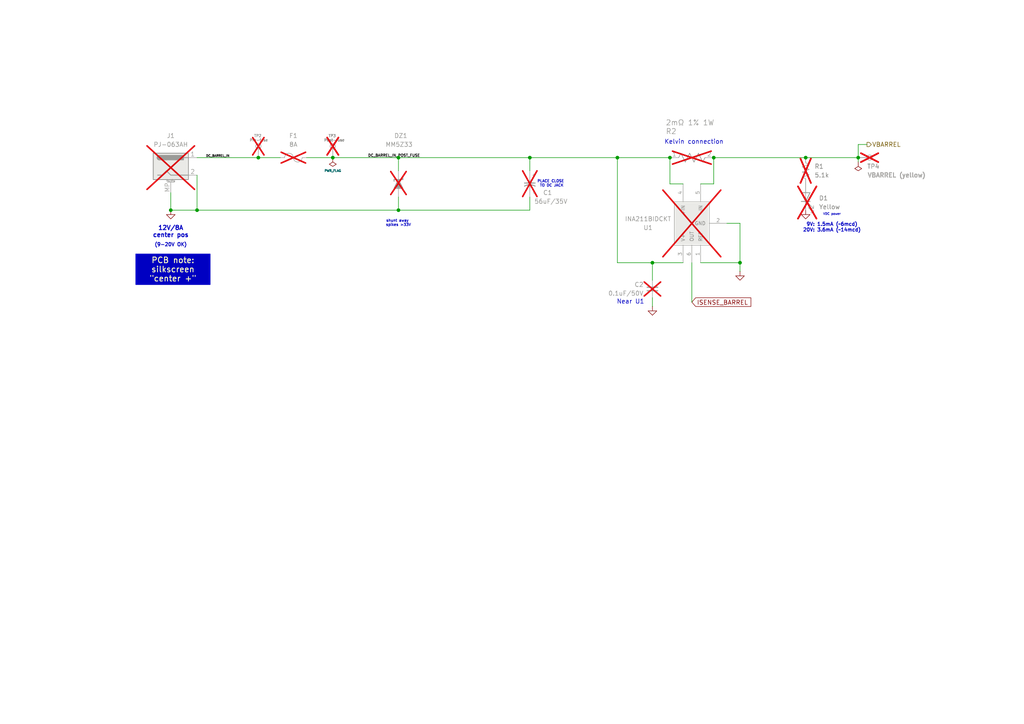
<source format=kicad_sch>
(kicad_sch (version 20231120) (generator "eeschema") (generator_version "8.0")
  (paper "A4")
  (lib_symbols
    (symbol "CSNL1206FT2L00:CSNL1206FT2L00" (pin_names (offset 0.254))
      (property "Reference" "R" (at 5.715 3.81 0))
      (property "Value" "2mΩ 1% 1W" (at 6.35 -3.81 0))
      (symbol "CSNL1206FT2L00_1_1"
        (polyline (pts (xy 2.54 0) (xy 3.175 1.27)) (stroke (width 0.2032)))
        (polyline (pts (xy 3.175 1.27) (xy 4.445 -1.27)) (stroke (width 0.2032)))
        (polyline (pts (xy 4.445 -1.27) (xy 5.715 1.27)) (stroke (width 0.2032)))
        (polyline (pts (xy 5.715 1.27) (xy 6.985 -1.27)) (stroke (width 0.2032)))
        (polyline (pts (xy 6.985 -1.27) (xy 8.255 1.27)) (stroke (width 0.2032)))
        (polyline (pts (xy 8.255 1.27) (xy 9.525 -1.27)) (stroke (width 0.2032)))
        (polyline (pts (xy 9.525 -1.27) (xy 10.16 0)) (stroke (width 0.2032)))
        (pin passive line (at 0 0 0) (length 2.54) (name "") (number "1"))
        (pin passive line (at 12.7 0 180) (length 2.54) (name "") (number "2"))
      )
      (symbol "CSNL1206FT2L00_1_2"
        (polyline (pts (xy -1.27 3.175) (xy 1.27 4.445)) (stroke (width 0.2032)))
        (polyline (pts (xy -1.27 5.715) (xy 1.27 6.985)) (stroke (width 0.2032)))
        (polyline (pts (xy -1.27 8.255) (xy 1.27 9.525)) (stroke (width 0.2032)))
        (polyline (pts (xy 0 2.54) (xy -1.27 3.175)) (stroke (width 0.2032)))
        (polyline (pts (xy 1.27 4.445) (xy -1.27 5.715)) (stroke (width 0.2032)))
        (polyline (pts (xy 1.27 6.985) (xy -1.27 8.255)) (stroke (width 0.2032)))
        (polyline (pts (xy 1.27 9.525) (xy 0 10.16)) (stroke (width 0.2032)))
        (pin unspecified line (at 0 12.7 270) (length 2.54) (name "") (number "1"))
        (pin unspecified line (at 0 0 90) (length 2.54) (name "") (number "2"))
      )
    )
    (symbol "Connector:DC barrel jack" (pin_names hide)
      (property "Reference" "J" (at 0 5.334 0))
      (property "Value" "PJ-063AH" (at 1.27 -6.35 0))
      (symbol "DC barrel jack_0_1"
        (rectangle (start -5.08 3.81) (end 5.08 -3.81) (stroke (width 0.254)) (fill (type background)))
        (arc (start -3.302 3.175) (mid -3.9343 2.54) (end -3.302 1.905) (stroke (width 0.254)))
        (arc (start -3.302 3.175) (mid -3.9343 2.54) (end -3.302 1.905) (stroke (width 0.254)) (fill (type outline)))
        (polyline (pts (xy 5.08 2.54) (xy 3.81 2.54)) (stroke (width 0.254)))
        (polyline (pts (xy -3.81 -2.54) (xy -2.54 -2.54) (xy -1.27 -1.27) (xy 0 -2.54) (xy 2.54 -2.54) (xy 5.08 -2.54)) (stroke (width 0.254)))
        (rectangle (start 3.683 3.175) (end -3.302 1.905) (stroke (width 0.254)) (fill (type outline)))
      )
      (symbol "DC barrel jack_1_1"
        (polyline (pts (xy -1.016 -4.572) (xy 1.016 -4.572)) (stroke (width 0.1524)))
        (text "Mounting" (at 0 -4.191 0) (effects (font (size 0.381 0.381))))
        (pin power_out line (at 7.62 2.54 180) (length 2.54) (name "~") (number "1"))
        (pin passive line (at 7.62 -2.54 180) (length 2.54) (name "~") (number "2"))
        (pin passive line (at 0 -7.62 90) (length 3.048) (name "MountPin") (number "MP"))
      )
    )
    (symbol "Connector:TestPoint" (pin_numbers hide) (pin_names (offset 0.762) hide)
      (property "Reference" "TP" (at 0 6.858 0))
      (property "Value" "TestPoint" (at 0 5.08 0))
      (symbol "TestPoint_0_1"
        (circle (center 0 3.302) (radius 0.762))
      )
      (symbol "TestPoint_1_1"
        (pin passive line (at 0 0 90) (length 2.54) (name "1") (number "1"))
      )
    )
    (symbol "Device:C_Small" (pin_numbers hide) (pin_names (offset 0.254) hide)
      (property "Reference" "C" (at 0.254 1.778 0))
      (property "Value" "C_Small" (at 0.254 -2.032 0))
      (symbol "C_Small_0_1"
        (polyline (pts (xy -1.524 -0.508) (xy 1.524 -0.508)) (stroke (width 0.3302)))
        (polyline (pts (xy -1.524 0.508) (xy 1.524 0.508)) (stroke (width 0.3048)))
      )
      (symbol "C_Small_1_1"
        (pin passive line (at 0 2.54 270) (length 2.032) (name "~") (number "1"))
        (pin passive line (at 0 -2.54 90) (length 2.032) (name "~") (number "2"))
      )
    )
    (symbol "Device:LED" (pin_numbers hide) (pin_names (offset 1.016) hide)
      (property "Reference" "D" (at 0 2.54 0))
      (property "Value" "LED" (at 0 -2.54 0))
      (symbol "LED_0_1"
        (polyline (pts (xy -1.27 -1.27) (xy -1.27 1.27)) (stroke (width 0.254)))
        (polyline (pts (xy -1.27 0) (xy 1.27 0)))
        (polyline (pts (xy 1.27 -1.27) (xy 1.27 1.27) (xy -1.27 0) (xy 1.27 -1.27)) (stroke (width 0.254)))
        (polyline (pts (xy -3.048 -0.762) (xy -4.572 -2.286) (xy -3.81 -2.286) (xy -4.572 -2.286) (xy -4.572 -1.524)))
        (polyline (pts (xy -1.778 -0.762) (xy -3.302 -2.286) (xy -2.54 -2.286) (xy -3.302 -2.286) (xy -3.302 -1.524)))
      )
      (symbol "LED_1_1"
        (pin passive line (at -3.81 0 0) (length 2.54) (name "K") (number "1"))
        (pin passive line (at 3.81 0 180) (length 2.54) (name "A") (number "2"))
      )
    )
    (symbol "Device:R_US" (pin_numbers hide) (pin_names (offset 0))
      (property "Reference" "R" (at 2.54 0 90))
      (property "Value" "R_US" (at -2.54 0 90))
      (symbol "R_US_0_1"
        (polyline (pts (xy 0 -2.286) (xy 0 -2.54)))
        (polyline (pts (xy 0 2.286) (xy 0 2.54)))
        (polyline (pts (xy 0 -0.762) (xy 1.016 -1.143) (xy 0 -1.524) (xy -1.016 -1.905) (xy 0 -2.286)))
        (polyline (pts (xy 0 0.762) (xy 1.016 0.381) (xy 0 0) (xy -1.016 -0.381) (xy 0 -0.762)))
        (polyline (pts (xy 0 2.286) (xy 1.016 1.905) (xy 0 1.524) (xy -1.016 1.143) (xy 0 0.762)))
      )
      (symbol "R_US_1_1"
        (pin passive line (at 0 3.81 270) (length 1.27) (name "~") (number "1"))
        (pin passive line (at 0 -3.81 90) (length 1.27) (name "~") (number "2"))
      )
    )
    (symbol "INA211BIDCKT:INA211BIDCKT" (pin_names (offset 1.016))
      (property "Reference" "U" (at -12.7 13.7 0))
      (property "Value" "INA211BIDCKT" (at -12.7 16.002 0))
      (symbol "INA211BIDCKT_0_0"
        (pin input line (at -17.78 5.08 0) (length 5.08) (name "REF") (number "1"))
        (pin power_in line (at -6.35 -2.54 90) (length 5.08) (name "GND") (number "2"))
        (pin power_in line (at -17.78 10.16 0) (length 5.08) (name "V+") (number "3"))
        (pin input line (at 5.08 10.16 180) (length 5.08) (name "+IN") (number "4"))
        (pin input line (at 5.08 5.08 180) (length 5.08) (name "-IN") (number "5"))
        (pin output line (at -17.78 7.62 0) (length 5.08) (name "OUT") (number "6"))
      )
      (symbol "INA211BIDCKT_1_0"
        (rectangle (start -12.7 12.7) (end -0.127 2.54) (stroke (width 0.127)) (fill (type background)))
      )
    )
    (symbol "PCM_4ms_Power-symbol:PWR_FLAG" (power) (pin_numbers hide) (pin_names (offset 0) hide)
      (property "Value" "PWR_FLAG" (at 0 3.81 0))
      (symbol "PWR_FLAG_0_0"
        (pin power_out line (at 0 0 90) (length 0) (name "pwr") (number "1"))
      )
      (symbol "PWR_FLAG_0_1"
        (polyline (pts (xy 0 0) (xy 0 1.27) (xy -1.016 1.905) (xy 0 2.54) (xy 1.016 1.905) (xy 0 1.27)))
      )
    )
    (symbol "PCM_Device_AKL:Fuse" (pin_numbers hide) (pin_names (offset 0))
      (property "Reference" "F" (at 0 4.572 0))
      (property "Value" "Fuse" (at 0 3.175 0))
      (symbol "Fuse_0_1"
        (arc (start 0 0) (mid -1.27 1.2645) (end -2.54 0))
        (arc (start 0 0) (mid 1.27 -1.2645) (end 2.54 0))
      )
      (symbol "Fuse_1_1"
        (pin passive line (at -3.81 0 0) (length 1.27) (name "~") (number "1"))
        (pin passive line (at 3.81 0 180) (length 1.27) (name "~") (number "2"))
      )
    )
    (symbol "PCM_Diode_Zener_AKL:MM5Z33" (pin_numbers hide) (pin_names (offset 1.016) hide)
      (property "Reference" "DZ" (at 0 5.08 0))
      (property "Value" "MM5Z33" (at 0 2.54 0))
      (symbol "MM5Z33_0_1"
        (polyline (pts (xy -1.27 0) (xy 1.27 0)))
        (polyline (pts (xy 1.27 1.27) (xy 0.762 1.27)) (stroke (width 0.254)))
        (polyline (pts (xy 1.27 1.27) (xy 1.27 -1.27)) (stroke (width 0.254)))
        (polyline (pts (xy 1.778 -1.27) (xy 1.27 -1.27)) (stroke (width 0.254)))
        (polyline (pts (xy -1.27 -1.27) (xy -1.27 1.27) (xy 1.27 0) (xy -1.27 -1.27)) (stroke (width 0.254)) (fill (type outline)))
      )
      (symbol "MM5Z33_0_2"
        (polyline (pts (xy -2.54 -2.54) (xy 2.54 2.54)))
        (polyline (pts (xy 0 1.778) (xy -0.381 1.397)) (stroke (width 0.254)))
        (polyline (pts (xy 0 1.778) (xy 1.778 0)) (stroke (width 0.254)))
        (polyline (pts (xy -0.889 -0.889) (xy -1.778 0) (xy 0.889 0.889) (xy 0 -1.778) (xy -0.889 -0.889)) (stroke (width 0.254)) (fill (type outline)))
      )
      (symbol "MM5Z33_1_1"
        (pin passive line (at 3.81 0 180) (length 2.54) (name "K") (number "1"))
        (pin passive line (at -3.81 0 0) (length 2.54) (name "A") (number "2"))
      )
      (symbol "MM5Z33_1_2"
        (pin passive line (at 2.54 2.54 180) (length 0) (name "K") (number "1"))
        (pin passive line (at -2.54 -2.54 0) (length 0) (name "A") (number "2"))
      )
    )
    (symbol "PCV1V560MCL1GS:PCV1V560MCL1GS" (pin_numbers hide) (pin_names (offset 0.254))
      (property "Reference" "C" (at 3.81 3.81 0))
      (property "Value" "56uF/35V" (at 3.81 -3.81 0))
      (symbol "PCV1V560MCL1GS_0_1"
        (polyline (pts (xy 3.556 -1.524) (xy 3.556 1.524)) (stroke (width 0.3048)))
        (arc (start 4.4449 1.524) (mid 4.0563 0) (end 4.4449 -1.524) (stroke (width 0.3048)))
      )
      (symbol "PCV1V560MCL1GS_1_1"
        (polyline (pts (xy 0.889 -1.143) (xy 1.651 -1.143)) (stroke (width 0.127)))
        (polyline (pts (xy 1.27 -1.524) (xy 1.27 -0.762)) (stroke (width 0.127)))
        (polyline (pts (xy 2.54 0) (xy 3.4798 0)) (stroke (width 0.2032)))
        (polyline (pts (xy 4.1148 0) (xy 5.08 0)) (stroke (width 0.2032)))
        (polyline (pts (xy 5.842 -1.143) (xy 6.604 -1.143)) (stroke (width 0.127)))
        (pin passive line (at 0 0 0) (length 2.54) (name "") (number "1"))
        (pin passive line (at 7.62 0 180) (length 2.54) (name "") (number "2"))
      )
      (symbol "PCV1V560MCL1GS_1_2"
        (polyline (pts (xy -1.905 -4.1148) (xy 1.905 -4.1148)) (stroke (width 0.2032)))
        (polyline (pts (xy -1.905 -3.4798) (xy 1.905 -3.4798)) (stroke (width 0.2032)))
        (polyline (pts (xy 0 -4.1148) (xy 0 -5.08)) (stroke (width 0.2032)))
        (polyline (pts (xy 0 -2.54) (xy 0 -3.4798)) (stroke (width 0.2032)))
        (polyline (pts (xy 0.3175 -1.5875) (xy 0.9525 -1.5875)) (stroke (width 0.127)))
        (polyline (pts (xy 0.635 -1.27) (xy 0.635 -1.905)) (stroke (width 0.127)))
        (pin unspecified line (at 0 0 270) (length 2.54) (name "") (number "1"))
        (pin unspecified line (at 0 -7.62 90) (length 2.54) (name "") (number "2"))
      )
    )
    (symbol "power:GND" (power) (pin_numbers hide) (pin_names (offset 0) hide)
      (property "Value" "GND" (at 0 -3.81 0))
      (symbol "GND_0_1"
        (polyline (pts (xy 0 0) (xy 0 -1.27) (xy 1.27 -1.27) (xy 0 -2.54) (xy -1.27 -1.27) (xy 0 -1.27)))
      )
      (symbol "GND_1_1"
        (pin power_in line (at 0 0 270) (length 0) (name "~") (number "1"))
      )
    )
  )
  (junction (at 248.92 45.72))
  (junction (at 96.52 45.72))
  (junction (at 233.68 45.72))
  (junction (at 214.63 76.2))
  (junction (at 115.57 45.72))
  (junction (at 153.67 45.72))
  (junction (at 207.01 45.72))
  (junction (at 189.23 76.2))
  (junction (at 49.53 60.96))
  (junction (at 194.31 45.72))
  (junction (at 57.15 60.96))
  (junction (at 179.07 45.72))
  (junction (at 115.57 60.96))
  (junction (at 74.93 45.72))
  (wire (pts (xy 115.57 45.72) (xy 153.67 45.72)))
  (wire (pts (xy 214.63 64.77) (xy 210.82 64.77)))
  (wire (pts (xy 214.63 76.2) (xy 214.63 64.77)))
  (wire (pts (xy 153.67 57.15) (xy 153.67 60.96)))
  (wire (pts (xy 189.23 81.28) (xy 189.23 76.2)))
  (wire (pts (xy 115.57 57.15) (xy 115.57 60.96)))
  (wire (pts (xy 49.53 55.88) (xy 49.53 60.96)))
  (wire (pts (xy 115.57 49.53) (xy 115.57 45.72)))
  (wire (pts (xy 179.07 76.2) (xy 189.23 76.2)))
  (wire (pts (xy 248.92 41.91) (xy 248.92 45.72)))
  (wire (pts (xy 179.07 45.72) (xy 194.31 45.72)))
  (wire (pts (xy 189.23 88.9) (xy 189.23 86.36)))
  (wire (pts (xy 57.15 50.8) (xy 57.15 60.96)))
  (wire (pts (xy 88.9 45.72) (xy 96.52 45.72)))
  (wire (pts (xy 57.15 45.72) (xy 74.93 45.72)))
  (wire (pts (xy 200.66 87.63) (xy 200.66 76.2)))
  (wire (pts (xy 198.12 53.34) (xy 194.31 53.34)))
  (wire (pts (xy 153.67 45.72) (xy 179.07 45.72)))
  (wire (pts (xy 194.31 53.34) (xy 194.31 45.72)))
  (wire (pts (xy 203.2 76.2) (xy 214.63 76.2)))
  (wire (pts (xy 96.52 45.72) (xy 115.57 45.72)))
  (wire (pts (xy 115.57 60.96) (xy 153.67 60.96)))
  (wire (pts (xy 179.07 76.2) (xy 179.07 45.72)))
  (wire (pts (xy 57.15 60.96) (xy 115.57 60.96)))
  (wire (pts (xy 189.23 76.2) (xy 198.12 76.2)))
  (wire (pts (xy 203.2 53.34) (xy 207.01 53.34)))
  (wire (pts (xy 233.68 45.72) (xy 248.92 45.72)))
  (wire (pts (xy 153.67 49.53) (xy 153.67 45.72)))
  (wire (pts (xy 251.46 41.91) (xy 248.92 41.91)))
  (wire (pts (xy 207.01 53.34) (xy 207.01 45.72)))
  (wire (pts (xy 74.93 45.72) (xy 81.28 45.72)))
  (wire (pts (xy 248.92 46.99) (xy 248.92 45.72)))
  (wire (pts (xy 49.53 60.96) (xy 57.15 60.96)))
  (wire (pts (xy 214.63 78.74) (xy 214.63 76.2)))
  (wire (pts (xy 207.01 45.72) (xy 233.68 45.72)))
  (text_box "PCB note: silkscreen \n\"center +\"" (at 39.37 73.66 0) (size 21.59 8.89) (fill (type color) (color 0 0 194 1)) (effects (font (size 1.651 1.651) (thickness 0.254) (bold yes))))
  (text "12V/8A\ncenter pos" (at 49.53 67.31 0) (effects (font (size 1.27 1.27) (thickness 0.254) (bold yes))))
  (text "VDC power" (at 241.3 62.23 0) (effects (font (size 0.635 0.635) (bold yes))))
  (text "shunt away \nspikes >33V" (at 115.57 64.77 0) (effects (font (size 0.762 0.762))))
  (text "9V: 1.5mA (~6mcd)\n20V: 3.6mA (~14mcd)" (at 241.3 66.04 0) (effects (font (size 1.016 1.016) (bold yes))))
  (text "PLACE CLOSE \nTO DC JACK" (at 160.02 53.34 0) (effects (font (size 0.762 0.762) (thickness 0.1524) (bold yes))))
  (text "Kelvin connection" (at 201.295 41.2749 0) (effects (font (size 1.27 1.27))))
  (text "(9-20V OK)" (at 49.53 71.12 0) (effects (font (size 1.016 1.016) (bold yes))))
  (text "Near U1" (at 182.88 87.63 0) (effects (font (size 1.27 1.27))))
  (label "DC_BARREL_IN" (at 59.69 45.72 0) (effects (font (size 0.635 0.635))))
  (label "DC_BARREL_IN_POST_FUSE" (at 106.68 45.72 0) (effects (font (size 0.762 0.762))))
  (global_label "ISENSE_BARREL" (shape input) (at 200.66 87.63 0) (property "Intersheetrefs" "${INTERSHEET_REFS}" (effects (hide yes))))
  (hierarchical_label "VBARREL" (shape output) (at 251.46 41.91 0))
  (symbol (lib_id "PCM_Device_AKL:Fuse") (at 85.09 45.72 0) (unit 1) (in_bom no) (on_board no) (dnp yes)
    (property "Reference" "F1" (at 85.09 39.37 0))
    (property "Value" "8A" (at 85.09 41.91 0))
    (property "Footprint" "Fuse:Fuseholder_Cylinder-5x20mm_Wuerth_696103101002-SMD_Horizontal_Open" (effects (hide yes)))
    (property "Datasheet" "https://www.we-online.com/katalog/datasheet/696103101002.pdf" (effects (hide yes)))
    (property "Description" "Fuseholder + fuse" (effects (hide yes)))
    (property "Datasheet2" "https://www.schurter.com/en/datasheet/typ_FST_5x20.pdf" (effects (hide yes)))
    (property "Mfgr1" "Wurth" (effects (hide yes)))
    (property "MPN1" "696103101002" (effects (hide yes)))
    (property "Digikey1" "https://www.digikey.com/en/products/detail/w%C3%BCrth-elektronik/696103101002/7244555" (effects (hide yes)))
    (property "Mfgr2" "SCHURTER Inc." (effects (hide yes)))
    (property "MPN2" "0034.3126" (effects (hide yes)))
    (property "Digikey2" "https://www.digikey.com/en/products/detail/schurter-inc/0034-3126/640141" (effects (hide yes)))
  )
  (symbol (lib_id "power:GND") (at 233.68 60.96 0) (unit 1)
    (property "Reference" "#PWR013" (effects (hide yes)))
    (property "Value" "GND" (effects (hide yes)))
    (property "Description" "Power symbol creates a global label with name \"GND\" , ground" (effects (hide yes)))
  )
  (symbol (lib_id "Connector:DC barrel jack") (at 49.53 48.26 0) (unit 1) (in_bom no) (on_board no) (dnp yes)
    (property "Reference" "J1" (at 49.53 39.37 0))
    (property "Value" "PJ-063AH" (at 49.53 41.91 0))
    (property "Footprint" "Connector_BarrelJack:BarrelJack_CUI_PJ-063AH_Horizontal" (effects (hide yes)))
    (property "Datasheet" "https://www.cuidevices.com/product/resource/pj-063ah.pdf" (effects (hide yes)))
    (property "Description" "DC Barrel Jack with a mounting pin, 24V/8A, 2.1x5.5mm, center positive" (effects (hide yes)))
    (property "Digikey" "https://www.digikey.com/en/products/detail/cui-devices/PJ-063AH/2161208" (effects (hide yes)))
    (property "Mfgr" "CUI Devices" (effects (hide yes)))
    (property "MPN" "PJ-063AH" (effects (hide yes)))
  )
  (symbol (lib_id "power:GND") (at 189.23 88.9 0) (unit 1)
    (property "Reference" "#PWR010" (effects (hide yes)))
    (property "Value" "GND" (effects (hide yes)))
    (property "Description" "Power symbol creates a global label with name \"GND\" , ground" (effects (hide yes)))
  )
  (symbol (lib_id "CSNL1206FT2L00:CSNL1206FT2L00") (at 194.31 45.72 0) (unit 1) (in_bom no) (on_board no) (dnp yes)
    (property "Reference" "R2" (at 193.04 38.1 0) (effects (font (size 1.524 1.524)) (justify left)))
    (property "Value" "2mΩ 1% 1W" (at 193.04 35.56 0) (effects (font (size 1.524 1.524)) (justify left)))
    (property "Footprint" "CSNL1206FT2L00:STA_CSNL1206_STP" (effects (hide yes)))
    (property "Datasheet" "https://www.seielect.com/catalog/sei-csnl.pdf" (effects (hide yes)))
    (property "Description" "RES 0.002 OHM 1% 1W 1206" (effects (hide yes)))
    (property "Digikey" "https://www.digikey.com/en/products/detail/stackpole-electronics-inc/CSNL1206FT2L00/1788091" (effects (hide yes)))
    (property "Mfgr" "Stackpole Electronics Inc" (effects (hide yes)))
    (property "MPN" "CSNL1206FT2L00" (effects (hide yes)))
  )
  (symbol (lib_id "PCM_4ms_Power-symbol:PWR_FLAG") (at 96.52 45.72 0) (mirror x) (unit 1)
    (property "Reference" "#FLG04" (effects (hide yes)))
    (property "Value" "PWR_FLAG" (at 96.52 49.53 0) (effects (font (size 0.635 0.635))))
  )
  (symbol (lib_id "Connector:TestPoint") (at 96.52 45.72 0) (unit 1) (in_bom no) (on_board no) (dnp yes)
    (property "Reference" "TP3" (at 95.25 39.37 0) (effects (font (size 0.762 0.762)) (justify left)))
    (property "Value" "Post-fuse" (at 93.98 40.64 0) (effects (font (size 0.762 0.762)) (justify left)))
    (property "Footprint" "TestPoint:TestPoint_Pad_2.0x2.0mm" (effects (hide yes)))
    (property "Description" "Test point PCB pad" (effects (hide yes)))
  )
  (symbol (lib_id "PCM_Diode_Zener_AKL:MM5Z33") (at 115.57 53.34 90) (unit 1) (in_bom no) (on_board no) (dnp yes)
    (property "Reference" "DZ1" (at 114.3 39.37 90) (effects (justify right)))
    (property "Value" "MM5Z33" (at 111.76 41.91 90) (effects (justify right)))
    (property "Footprint" "Diode_SMD:D_SOD-523" (effects (hide yes)))
    (property "Datasheet" "https://www.onsemi.com/pdf/datasheet/mm5z2v4t1-d.pdf" (effects (hide yes)))
    (property "Description" "SOD-523 Zener diode, 33V, 500mW, Alternate KiCAD Library" (effects (hide yes)))
    (property "Digikey" "https://www.digikey.com/en/products/detail/onsemi/MM5Z33VT1G/921089" (effects (hide yes)))
    (property "Mfgr" "ON Semi" (effects (hide yes)))
    (property "MPN" "MM5Z33VT1G" (effects (hide yes)))
  )
  (symbol (lib_id "INA211BIDCKT:INA211BIDCKT") (at 208.28 58.42 90) (unit 1) (in_bom no) (on_board no) (dnp yes)
    (property "Reference" "U1" (at 187.96 66.04 90))
    (property "Value" "INA211BIDCKT" (at 187.96 63.5 90))
    (property "Footprint" "INA211BIDCKT:SOT65P210X110-6N" (effects (hide yes)))
    (property "Datasheet" "https://www.ti.com/general/docs/suppproductinfo.tsp?distId=10&gotoUrl=https%3A%2F%2Fwww.ti.com%2Flit%2Fgpn%2Fina210" (effects (hide yes)))
    (property "Description" "IC CURR SENSE 1 CIRCUIT SC70-6 SC-88 SOT-363" (effects (hide yes)))
    (property "Digikey" "https://www.digikey.com/en/products/detail/texas-instruments/INA211BIDCKT/3675147" (effects (hide yes)))
    (property "Mfgr" "Texas Instruments" (effects (hide yes)))
    (property "MPN" "INA211BIDCKT" (effects (hide yes)))
  )
  (symbol (lib_id "PCV1V560MCL1GS:PCV1V560MCL1GS") (at 153.67 49.53 90) (mirror x) (unit 1) (in_bom no) (on_board no) (dnp yes)
    (property "Reference" "C1" (at 157.48 55.88 90) (effects (justify right)))
    (property "Value" "56uF/35V" (at 154.94 58.42 90) (effects (justify right)))
    (property "Footprint" "PCV1V560MCL1GS:CAP_PC_8X10_NCH" (effects (hide yes)))
    (property "Datasheet" "https://www.nichicon.co.jp/english/series_items/catalog_pdf/e-pcv.pdf" (effects (hide yes)))
    (property "Description" "ELECTROLYTIC CAP ALUM POLY 56UF 20% 35V SMD" (effects (hide yes)))
    (property "Digikey" "https://www.digikey.com/en/products/detail/nichicon/PCV1V560MCL1GS/2618771" (effects (hide yes)))
    (property "MPN" "PCV1V560MCL1GS" (effects (hide yes)))
    (property "Mfgr" "Nichicon" (effects (hide yes)))
  )
  (symbol (lib_id "Device:C_Small") (at 189.23 83.82 0) (mirror x) (unit 1) (in_bom no) (on_board no) (dnp yes)
    (property "Reference" "C2" (at 186.69 82.5435 0) (effects (justify right)))
    (property "Value" "0.1uF/50V" (at 186.69 85.0835 0) (effects (justify right)))
    (property "Footprint" "Capacitor_SMD:C_0805_2012Metric_Pad1.18x1.45mm_HandSolder" (effects (hide yes)))
    (property "Datasheet" "https://www.yageo.com/upload/media/product/productsearch/datasheet/mlcc/UPY-GPHC_X7R_6.3V-to-250V_24.pdf" (effects (hide yes)))
    (property "Description" "Unpolarized capacitor, small symbol" (effects (hide yes)))
    (property "Digikey" "https://www.digikey.com/en/products/detail/yageo/CC0805KRX7R9BB104/302874" (effects (hide yes)))
    (property "Mfgr" "YAGEO" (effects (hide yes)))
    (property "MPN" "CC0805KRX7R9BB104" (effects (hide yes)))
  )
  (symbol (lib_id "Device:R_US") (at 233.68 49.53 0) (unit 1) (in_bom no) (on_board no) (dnp yes)
    (property "Reference" "R1" (at 236.22 48.2599 0) (effects (justify left)))
    (property "Value" "5.1k" (at 236.22 50.7999 0) (effects (justify left)))
    (property "Footprint" "PCM_Resistor_SMD_AKL:R_0805_2012Metric_Pad1.15x1.40mm_HandSolder" (effects (hide yes)))
    (property "Datasheet" "https://www.yageo.com/upload/media/product/products/datasheet/rchip/PYu-RC_Group_51_RoHS_L_12.pdf" (effects (hide yes)))
    (property "Description" "Resistor, US symbol" (effects (hide yes)))
    (property "Digikey" "https://www.digikey.com/en/products/detail/yageo/rc0805fr-075k1l/727988" (effects (hide yes)))
    (property "Mfgr" "YAGEO" (effects (hide yes)))
    (property "MPN" "RC0805FR-075K1L" (effects (hide yes)))
  )
  (symbol (lib_id "power:GND") (at 49.53 60.96 0) (unit 1)
    (property "Reference" "#PWR017" (effects (hide yes)))
    (property "Value" "GND" (effects (hide yes)))
    (property "Description" "Power symbol creates a global label with name \"GND\" , ground" (effects (hide yes)))
  )
  (symbol (lib_id "Connector:TestPoint") (at 248.92 45.72 270) (unit 1) (in_bom no) (on_board no) (dnp yes)
    (property "Reference" "TP4" (at 251.46 48.26 90) (effects (justify left)))
    (property "Value" "VBARREL (yellow)" (at 251.46 50.8 90) (effects (font (bold yes)) (justify left)))
    (property "Footprint" "TestPoint:TestPoint_Keystone_5000-5004_Miniature" (effects (hide yes)))
    (property "Datasheet" "https://www.keyelco.com/userAssets/file/M65p56.pdf" (effects (hide yes)))
    (property "Description" "Yellow test point, GND" (effects (hide yes)))
    (property "Digikey" "https://www.digikey.com/en/products/detail/keystone-electronics/5004/362669" (effects (hide yes)))
    (property "Mfgr" "Keystone" (effects (hide yes)))
    (property "MPN" "5004" (effects (hide yes)))
  )
  (symbol (lib_id "PCM_4ms_Power-symbol:PWR_FLAG") (at 248.92 46.99 180) (unit 1)
    (property "Reference" "#FLG05" (effects (hide yes)))
    (property "Value" "PWR_FLAG" (effects (hide yes)))
  )
  (symbol (lib_id "Connector:TestPoint") (at 74.93 45.72 0) (unit 1) (in_bom no) (on_board no) (dnp yes)
    (property "Reference" "TP2" (at 73.66 39.37 0) (effects (font (size 0.762 0.762)) (justify left)))
    (property "Value" "Pre-fuse" (at 72.39 40.64 0) (effects (font (size 0.762 0.762)) (justify left)))
    (property "Footprint" "TestPoint:TestPoint_Pad_2.0x2.0mm" (effects (hide yes)))
    (property "Description" "Test point PCB pad" (effects (hide yes)))
  )
  (symbol (lib_id "Device:LED") (at 233.68 57.15 90) (unit 1) (in_bom no) (on_board no) (dnp yes)
    (property "Reference" "D1" (at 237.49 57.4674 90) (effects (justify right)))
    (property "Value" "Yellow" (at 237.49 60.0074 90) (effects (justify right)))
    (property "Footprint" "LED_SMD:LED_0805_2012Metric_Pad1.15x1.40mm_HandSolder" (effects (hide yes)))
    (property "Datasheet" "https://www.we-online.com/components/products/datasheet/150080YS75000.pdf" (effects (hide yes)))
    (property "Description" "Light emitting diode" (effects (hide yes)))
    (property "Digikey" "https://www.digikey.com/en/products/detail/w%C3%BCrth-elektronik/150080YS75000/4489927" (effects (hide yes)))
    (property "Mfgr" "Wurth" (effects (hide yes)))
    (property "MPN" "150080YS75000" (effects (hide yes)))
  )
  (symbol (lib_id "power:GND") (at 214.63 78.74 0) (unit 1)
    (property "Reference" "#PWR08" (effects (hide yes)))
    (property "Value" "GND" (effects (hide yes)))
    (property "Description" "Power symbol creates a global label with name \"GND\" , ground" (effects (hide yes)))
  )
)
</source>
